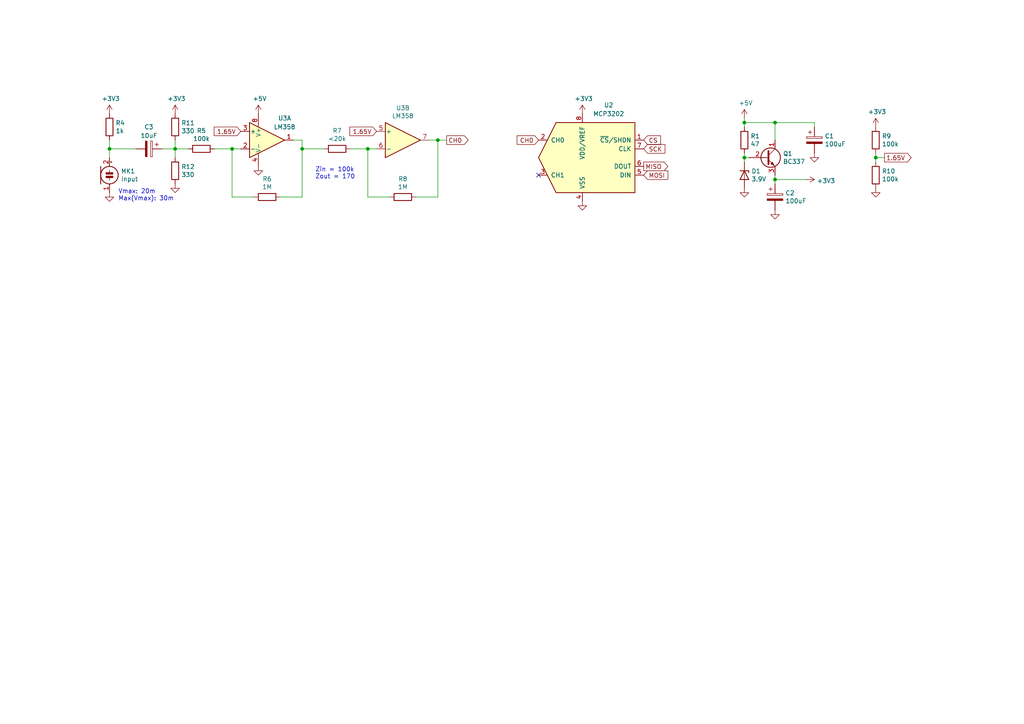
<source format=kicad_sch>
(kicad_sch (version 20211123) (generator eeschema)
  (paper "A4")
  (lib_symbols
    (symbol "Amplifier_Operational:LM358" (pin_names (offset 0.127))
      (property "Reference" "U" (at 0 5.08 0))
      (property "Value" "LM358" (at 0 -5.08 0))
      (symbol "LM358_1_1"
        (polyline (pts (xy -5.08 5.08) (xy 5.08 0) (xy -5.08 -5.08) (xy -5.08 5.08)) (stroke (width 0.254)) (fill (type background)))
        (pin output line (at 7.62 0 180) (length 2.54) (name "~") (number "1"))
        (pin input line (at -7.62 -2.54 0) (length 2.54) (name "-") (number "2"))
        (pin input line (at -7.62 2.54 0) (length 2.54) (name "+") (number "3"))
      )
      (symbol "LM358_2_1"
        (polyline (pts (xy -5.08 5.08) (xy 5.08 0) (xy -5.08 -5.08) (xy -5.08 5.08)) (stroke (width 0.254)) (fill (type background)))
        (pin input line (at -7.62 2.54 0) (length 2.54) (name "+") (number "5"))
        (pin input line (at -7.62 -2.54 0) (length 2.54) (name "-") (number "6"))
        (pin output line (at 7.62 0 180) (length 2.54) (name "~") (number "7"))
      )
      (symbol "LM358_3_1"
        (pin power_in line (at -2.54 -7.62 90) (length 3.81) (name "V-") (number "4"))
        (pin power_in line (at -2.54 7.62 270) (length 3.81) (name "V+") (number "8"))
      )
    )
    (symbol "Analog_ADC:MCP3202" (pin_names (offset 1.016))
      (property "Reference" "U" (at -6.35 11.43 0))
      (property "Value" "MCP3202" (at 11.43 11.43 0))
      (symbol "MCP3202_0_1"
        (polyline (pts (xy 15.24 10.16) (xy -7.62 10.16) (xy -12.7 0) (xy -7.62 -10.16) (xy 15.24 -10.16) (xy 15.24 10.16)) (stroke (width 0.254)) (fill (type background)))
      )
      (symbol "MCP3202_1_1"
        (pin input line (at 17.78 5.08 180) (length 2.54) (name "~{CS}/SHDN") (number "1"))
        (pin passive line (at -12.7 5.08 0) (length 2.54) (name "CH0") (number "2"))
        (pin passive line (at -12.7 -5.08 0) (length 2.54) (name "CH1") (number "3"))
        (pin power_in line (at 0 -12.7 90) (length 2.54) (name "VSS") (number "4"))
        (pin input line (at 17.78 -5.08 180) (length 2.54) (name "DIN") (number "5"))
        (pin output line (at 17.78 -2.54 180) (length 2.54) (name "DOUT") (number "6"))
        (pin input line (at 17.78 2.54 180) (length 2.54) (name "CLK") (number "7"))
        (pin power_in line (at 0 12.7 270) (length 2.54) (name "VDD/VREF") (number "8"))
      )
    )
    (symbol "Device:CP" (pin_numbers hide) (pin_names (offset 0.254))
      (property "Reference" "C" (at 0.635 2.54 0))
      (property "Value" "Device_CP" (at 0.635 -2.54 0))
      (symbol "CP_0_1"
        (rectangle (start -2.286 0.508) (end 2.286 1.016))
        (polyline (pts (xy -1.778 2.286) (xy -0.762 2.286)))
        (polyline (pts (xy -1.27 2.794) (xy -1.27 1.778)))
        (rectangle (start 2.286 -0.508) (end -2.286 -1.016) (fill (type outline)))
      )
      (symbol "CP_1_1"
        (pin passive line (at 0 3.81 270) (length 2.794) (name "~") (number "1"))
        (pin passive line (at 0 -3.81 90) (length 2.794) (name "~") (number "2"))
      )
    )
    (symbol "Device:D_Zener" (pin_numbers hide) (pin_names (offset 1.016) hide)
      (property "Reference" "D" (at 0 2.54 0))
      (property "Value" "D_Zener" (at 0 -2.54 0))
      (symbol "D_Zener_0_1"
        (polyline (pts (xy 1.27 0) (xy -1.27 0)))
        (polyline (pts (xy -1.27 -1.27) (xy -1.27 1.27) (xy -0.762 1.27)) (stroke (width 0.254)))
        (polyline (pts (xy 1.27 -1.27) (xy 1.27 1.27) (xy -1.27 0) (xy 1.27 -1.27)) (stroke (width 0.254)))
      )
      (symbol "D_Zener_1_1"
        (pin passive line (at -3.81 0 0) (length 2.54) (name "K") (number "1"))
        (pin passive line (at 3.81 0 180) (length 2.54) (name "A") (number "2"))
      )
    )
    (symbol "Device:Microphone_Condenser" (pin_names (offset 0.0254) hide)
      (property "Reference" "MK" (at -3.302 1.27 0))
      (property "Value" "Microphone_Condenser" (at -3.302 -0.635 0))
      (symbol "Microphone_Condenser_0_1"
        (polyline (pts (xy -2.54 2.54) (xy -2.54 -2.54)) (stroke (width 0.254)))
        (polyline (pts (xy 0 -0.762) (xy 0 -1.524)))
        (polyline (pts (xy 0 0.762) (xy 0 1.524)))
        (polyline (pts (xy 0.254 3.81) (xy 0.762 3.81)))
        (polyline (pts (xy 0.508 4.064) (xy 0.508 3.556)))
        (circle (center 0 0) (radius 2.54) (stroke (width 0.254)))
        (rectangle (start 1.016 -0.254) (end -1.016 -0.762) (fill (type outline)))
        (rectangle (start 1.016 0.762) (end -1.016 0.254) (fill (type outline)))
      )
      (symbol "Microphone_Condenser_1_1"
        (pin passive line (at 0 -5.08 90) (length 2.54) (name "-") (number "1"))
        (pin passive line (at 0 5.08 270) (length 2.54) (name "+") (number "2"))
      )
    )
    (symbol "Device:R" (pin_numbers hide) (pin_names (offset 0))
      (property "Reference" "R" (at 2.032 0 90))
      (property "Value" "R" (at 0 0 90))
      (symbol "R_0_1"
        (rectangle (start -1.016 -2.54) (end 1.016 2.54) (stroke (width 0.254)))
      )
      (symbol "R_1_1"
        (pin passive line (at 0 3.81 270) (length 1.27) (name "~") (number "1"))
        (pin passive line (at 0 -3.81 90) (length 1.27) (name "~") (number "2"))
      )
    )
    (symbol "Transistor_BJT:BC337" (pin_names (offset 0) hide)
      (property "Reference" "Q" (at 5.08 1.905 0))
      (property "Value" "BC337" (at 5.08 0 0))
      (symbol "BC337_0_1"
        (polyline (pts (xy 0 0) (xy 0.635 0)))
        (polyline (pts (xy 0.635 0.635) (xy 2.54 2.54)))
        (polyline (pts (xy 0.635 -0.635) (xy 2.54 -2.54) (xy 2.54 -2.54)))
        (polyline (pts (xy 0.635 1.905) (xy 0.635 -1.905) (xy 0.635 -1.905)) (stroke (width 0.508)))
        (polyline (pts (xy 1.27 -1.778) (xy 1.778 -1.27) (xy 2.286 -2.286) (xy 1.27 -1.778) (xy 1.27 -1.778)) (fill (type outline)))
        (circle (center 1.27 0) (radius 2.8194) (stroke (width 0.254)))
      )
      (symbol "BC337_1_1"
        (pin passive line (at 2.54 5.08 270) (length 2.54) (name "C") (number "1"))
        (pin input line (at -5.08 0 0) (length 5.08) (name "B") (number "2"))
        (pin passive line (at 2.54 -5.08 90) (length 2.54) (name "E") (number "3"))
      )
    )
    (symbol "power:+3.3V" (power) (pin_names (offset 0))
      (property "Value" "+3.3V" (at 0 3.556 0))
      (symbol "+3.3V_0_1"
        (polyline (pts (xy -0.762 1.27) (xy 0 2.54)))
        (polyline (pts (xy 0 0) (xy 0 2.54)))
        (polyline (pts (xy 0 2.54) (xy 0.762 1.27)))
      )
      (symbol "+3.3V_1_1"
        (pin power_in line (at 0 0 90) (length 0) hide (name "+3V3") (number "1"))
      )
    )
    (symbol "power:+5V" (power) (pin_names (offset 0))
      (property "Value" "+5V" (at 0 3.556 0))
      (symbol "+5V_0_1"
        (polyline (pts (xy -0.762 1.27) (xy 0 2.54)))
        (polyline (pts (xy 0 0) (xy 0 2.54)))
        (polyline (pts (xy 0 2.54) (xy 0.762 1.27)))
      )
      (symbol "+5V_1_1"
        (pin power_in line (at 0 0 90) (length 0) hide (name "+5V") (number "1"))
      )
    )
    (symbol "power:GND" (power) (pin_names (offset 0))
      (property "Value" "GND" (at 0 -3.81 0))
      (symbol "GND_0_1"
        (polyline (pts (xy 0 0) (xy 0 -1.27) (xy 1.27 -1.27) (xy 0 -2.54) (xy -1.27 -1.27) (xy 0 -1.27)))
      )
      (symbol "GND_1_1"
        (pin power_in line (at 0 0 270) (length 0) hide (name "GND") (number "1"))
      )
    )
  )
  (junction (at 254 45.72))
  (junction (at 106.68 43.18))
  (junction (at 127 40.64))
  (junction (at 87.63 43.18))
  (junction (at 31.75 43.18))
  (junction (at 224.79 52.07))
  (junction (at 224.79 35.56))
  (junction (at 67.31 43.18))
  (junction (at 215.9 35.56))
  (junction (at 50.8 43.18))
  (junction (at 215.9 45.72))
  (no_connect (at 156.21 50.8))
  (wire (pts (xy 46.99 43.18) (xy 50.8 43.18)))
  (wire (pts (xy 236.22 35.56) (xy 236.22 36.83)))
  (wire (pts (xy 129.54 40.64) (xy 127 40.64)))
  (wire (pts (xy 127 40.64) (xy 127 57.15)))
  (wire (pts (xy 67.31 57.15) (xy 67.31 43.18)))
  (wire (pts (xy 124.46 40.64) (xy 127 40.64)))
  (wire (pts (xy 215.9 35.56) (xy 215.9 34.29)))
  (wire (pts (xy 254 44.45) (xy 254 45.72)))
  (wire (pts (xy 73.66 57.15) (xy 67.31 57.15)))
  (wire (pts (xy 217.17 45.72) (xy 215.9 45.72)))
  (wire (pts (xy 224.79 35.56) (xy 236.22 35.56)))
  (wire (pts (xy 256.54 45.72) (xy 254 45.72)))
  (wire (pts (xy 67.31 43.18) (xy 69.85 43.18)))
  (wire (pts (xy 85.09 40.64) (xy 87.63 40.64)))
  (wire (pts (xy 224.79 50.8) (xy 224.79 52.07)))
  (wire (pts (xy 31.75 43.18) (xy 39.37 43.18)))
  (wire (pts (xy 120.65 57.15) (xy 127 57.15)))
  (wire (pts (xy 224.79 52.07) (xy 224.79 53.34)))
  (wire (pts (xy 31.75 43.18) (xy 31.75 40.64)))
  (wire (pts (xy 50.8 43.18) (xy 54.61 43.18)))
  (wire (pts (xy 50.8 40.64) (xy 50.8 43.18)))
  (wire (pts (xy 224.79 35.56) (xy 224.79 40.64)))
  (wire (pts (xy 87.63 40.64) (xy 87.63 43.18)))
  (wire (pts (xy 233.68 52.07) (xy 224.79 52.07)))
  (wire (pts (xy 67.31 43.18) (xy 62.23 43.18)))
  (wire (pts (xy 81.28 57.15) (xy 87.63 57.15)))
  (wire (pts (xy 113.03 57.15) (xy 106.68 57.15)))
  (wire (pts (xy 50.8 43.18) (xy 50.8 45.72)))
  (wire (pts (xy 215.9 45.72) (xy 215.9 46.99)))
  (wire (pts (xy 87.63 43.18) (xy 93.98 43.18)))
  (wire (pts (xy 101.6 43.18) (xy 106.68 43.18)))
  (wire (pts (xy 254 45.72) (xy 254 46.99)))
  (wire (pts (xy 215.9 36.83) (xy 215.9 35.56)))
  (wire (pts (xy 87.63 43.18) (xy 87.63 57.15)))
  (wire (pts (xy 106.68 43.18) (xy 109.22 43.18)))
  (wire (pts (xy 215.9 44.45) (xy 215.9 45.72)))
  (wire (pts (xy 31.75 45.72) (xy 31.75 43.18)))
  (wire (pts (xy 106.68 57.15) (xy 106.68 43.18)))
  (wire (pts (xy 215.9 35.56) (xy 224.79 35.56)))
  (text "Zin = 100k\nZout = 170" (at 91.44 52.07 0) (effects (font (size 1.27 1.27)) (justify left bottom)))
  (text "Vmax: 20m\nMax(Vmax): 30m" (at 34.29 58.42 0) (effects (font (size 1.27 1.27)) (justify left bottom)))
  (global_label "MISO" (shape output) (at 186.69 48.26 0) (property "Intersheet References" "${INTERSHEET_REFS}" (effects hide)))
  (global_label "MOSI" (shape input) (at 186.69 50.8 0) (property "Intersheet References" "${INTERSHEET_REFS}" (effects hide)))
  (global_label "1.65V" (shape input) (at 69.85 38.1 180) (property "Intersheet References" "${INTERSHEET_REFS}" (effects hide)))
  (global_label "CS" (shape input) (at 186.69 40.64 0) (property "Intersheet References" "${INTERSHEET_REFS}" (effects hide)))
  (global_label "SCK" (shape input) (at 186.69 43.18 0) (property "Intersheet References" "${INTERSHEET_REFS}" (effects hide)))
  (global_label "1.65V" (shape output) (at 256.54 45.72 0) (property "Intersheet References" "${INTERSHEET_REFS}" (effects hide)))
  (global_label "1.65V" (shape input) (at 109.22 38.1 180) (property "Intersheet References" "${INTERSHEET_REFS}" (effects hide)))
  (global_label "CH0" (shape output) (at 129.54 40.64 0) (property "Intersheet References" "${INTERSHEET_REFS}" (effects hide)))
  (global_label "CH0" (shape input) (at 156.21 40.64 180) (property "Intersheet References" "${INTERSHEET_REFS}" (effects hide)))
  (symbol (lib_id "power:GND") (at 31.75 55.88 0) (unit 1)
    (property "Reference" "#PWR0101" (effects hide))
    (property "Value" "GND" (effects hide))
  )
  (symbol (lib_id "Device:R") (at 31.75 36.83 0) (unit 1)
    (property "Reference" "R4" (at 33.528 35.6616 0) (effects (justify left)))
    (property "Value" "1k" (at 33.528 37.973 0) (effects (justify left)))
  )
  (symbol (lib_id "power:+3.3V") (at 31.75 33.02 0) (unit 1)
    (property "Reference" "#PWR0102" (effects hide))
    (property "Value" "+3.3V" (at 32.131 28.6258 0))
  )
  (symbol (lib_id "Device:CP") (at 43.18 43.18 270) (unit 1)
    (property "Reference" "C3" (at 43.18 36.83 90))
    (property "Value" "10uF" (at 43.18 39.37 90))
  )
  (symbol (lib_id "Device:Microphone_Condenser") (at 31.75 50.8 0) (unit 1)
    (property "Reference" "MK1" (at 35.052 49.6316 0) (effects (justify left)))
    (property "Value" "Input" (at 35.052 51.943 0) (effects (justify left)))
  )
  (symbol (lib_id "Amplifier_Operational:LM358") (at 77.47 40.64 0) (unit 1)
    (property "Reference" "U3" (at 82.55 34.29 0))
    (property "Value" "LM358" (at 82.55 36.83 0))
    (property "Datasheet" "http://www.ti.com/lit/ds/symlink/lm2904-n.pdf" (effects hide))
  )
  (symbol (lib_id "Amplifier_Operational:LM358") (at 116.84 40.64 0) (unit 2)
    (property "Reference" "U3" (at 116.84 31.3182 0))
    (property "Value" "LM358" (at 116.84 33.6296 0))
    (property "Datasheet" "http://www.ti.com/lit/ds/symlink/lm2904-n.pdf" (effects hide))
  )
  (symbol (lib_id "Amplifier_Operational:LM358") (at 77.47 40.64 0) (unit 3)
    (property "Reference" "U3" (effects hide))
    (property "Value" "LM358" (effects hide))
    (property "Datasheet" "http://www.ti.com/lit/ds/symlink/lm2904-n.pdf" (effects hide))
  )
  (symbol (lib_id "Device:R") (at 58.42 43.18 270) (unit 1)
    (property "Reference" "R5" (at 58.42 37.9222 90))
    (property "Value" "100k" (at 58.42 40.2336 90))
  )
  (symbol (lib_id "Device:R") (at 77.47 57.15 270) (unit 1)
    (property "Reference" "R6" (at 77.47 51.8922 90))
    (property "Value" "1M" (at 77.47 54.2036 90))
  )
  (symbol (lib_id "Device:R") (at 97.79 43.18 270) (unit 1)
    (property "Reference" "R7" (at 97.79 37.9222 90))
    (property "Value" "<20k" (at 97.79 40.2336 90))
  )
  (symbol (lib_id "Analog_ADC:MCP3202") (at 168.91 45.72 0) (unit 1)
    (property "Reference" "U2" (at 176.53 30.48 0))
    (property "Value" "MCP3202" (at 176.53 33.02 0))
    (property "Datasheet" "http://ww1.microchip.com/downloads/en/DeviceDoc/21034D.pdf" (effects hide))
  )
  (symbol (lib_id "power:GND") (at 74.93 48.26 0) (unit 1)
    (property "Reference" "#PWR0103" (effects hide))
    (property "Value" "GND" (effects hide))
  )
  (symbol (lib_id "power:GND") (at 168.91 58.42 0) (unit 1)
    (property "Reference" "#PWR0105" (effects hide))
    (property "Value" "GND" (effects hide))
  )
  (symbol (lib_id "power:+3.3V") (at 168.91 33.02 0) (unit 1)
    (property "Reference" "#PWR0106" (effects hide))
    (property "Value" "+3.3V" (at 169.291 28.6258 0))
  )
  (symbol (lib_id "Device:D_Zener") (at 215.9 50.8 270) (unit 1)
    (property "Reference" "D1" (at 217.932 49.6316 90) (effects (justify left)))
    (property "Value" "3.9V" (at 217.932 51.943 90) (effects (justify left)))
  )
  (symbol (lib_id "power:GND") (at 215.9 54.61 0) (unit 1)
    (property "Reference" "#PWR0110" (effects hide))
    (property "Value" "GND" (effects hide))
  )
  (symbol (lib_id "power:+3.3V") (at 233.68 52.07 270) (unit 1)
    (property "Reference" "#PWR0111" (effects hide))
    (property "Value" "+3.3V" (at 236.9312 52.451 90) (effects (justify left)))
  )
  (symbol (lib_id "Device:CP") (at 224.79 57.15 0) (unit 1)
    (property "Reference" "C2" (at 227.7872 55.9816 0) (effects (justify left)))
    (property "Value" "100uF" (at 227.7872 58.293 0) (effects (justify left)))
  )
  (symbol (lib_id "power:GND") (at 224.79 60.96 0) (unit 1)
    (property "Reference" "#PWR0112" (effects hide))
    (property "Value" "GND" (effects hide))
  )
  (symbol (lib_id "Device:R") (at 254 40.64 0) (unit 1)
    (property "Reference" "R9" (at 255.778 39.4716 0) (effects (justify left)))
    (property "Value" "100k" (at 255.778 41.783 0) (effects (justify left)))
  )
  (symbol (lib_id "Device:R") (at 254 50.8 0) (unit 1)
    (property "Reference" "R10" (at 255.778 49.6316 0) (effects (justify left)))
    (property "Value" "100k" (at 255.778 51.943 0) (effects (justify left)))
  )
  (symbol (lib_id "power:GND") (at 254 54.61 0) (unit 1)
    (property "Reference" "#PWR0114" (effects hide))
    (property "Value" "GND" (effects hide))
  )
  (symbol (lib_id "power:+5V") (at 215.9 34.29 0) (unit 1)
    (property "Reference" "#PWR0104" (effects hide))
    (property "Value" "+5V" (at 216.281 29.8958 0))
  )
  (symbol (lib_id "power:+5V") (at 74.93 33.02 0) (unit 1)
    (property "Reference" "#PWR0113" (effects hide))
    (property "Value" "+5V" (at 75.311 28.6258 0))
  )
  (symbol (lib_id "Device:R") (at 215.9 40.64 0) (unit 1)
    (property "Reference" "R1" (at 217.678 39.4716 0) (effects (justify left)))
    (property "Value" "47" (at 217.678 41.783 0) (effects (justify left)))
  )
  (symbol (lib_id "Transistor_BJT:BC337") (at 222.25 45.72 0) (unit 1)
    (property "Reference" "Q1" (at 227.1014 44.5516 0) (effects (justify left)))
    (property "Value" "BC337" (at 227.1014 46.863 0) (effects (justify left)))
    (property "Footprint" "Package_TO_SOT_THT:TO-92_Inline" (effects hide))
    (property "Datasheet" "https://diotec.com/tl_files/diotec/files/pdf/datasheets/bc337.pdf" (effects hide))
  )
  (symbol (lib_id "Device:CP") (at 236.22 40.64 0) (unit 1)
    (property "Reference" "C1" (at 239.2172 39.4716 0) (effects (justify left)))
    (property "Value" "100uF" (at 239.2172 41.783 0) (effects (justify left)))
  )
  (symbol (lib_id "power:GND") (at 236.22 44.45 0) (unit 1)
    (property "Reference" "#PWR0115" (effects hide))
    (property "Value" "GND" (effects hide))
  )
  (symbol (lib_id "power:+3.3V") (at 254 36.83 0) (unit 1)
    (property "Reference" "#PWR0116" (effects hide))
    (property "Value" "+3.3V" (at 254.381 32.4358 0))
  )
  (symbol (lib_id "Device:R") (at 116.84 57.15 270) (unit 1)
    (property "Reference" "R8" (at 116.84 51.8922 90))
    (property "Value" "1M" (at 116.84 54.2036 90))
  )
  (symbol (lib_id "Device:R") (at 50.8 49.53 0) (unit 1)
    (property "Reference" "R12" (at 52.578 48.3616 0) (effects (justify left)))
    (property "Value" "330" (at 52.578 50.673 0) (effects (justify left)))
  )
  (symbol (lib_id "Device:R") (at 50.8 36.83 0) (unit 1)
    (property "Reference" "R11" (at 52.578 35.6616 0) (effects (justify left)))
    (property "Value" "330" (at 52.578 37.973 0) (effects (justify left)))
  )
  (symbol (lib_id "power:GND") (at 50.8 53.34 0) (unit 1)
    (property "Reference" "#PWR0118" (effects hide))
    (property "Value" "GND" (effects hide))
  )
  (symbol (lib_id "power:+3.3V") (at 50.8 33.02 0) (unit 1)
    (property "Reference" "#PWR0117" (effects hide))
    (property "Value" "+3.3V" (at 51.181 28.6258 0))
  )
)
</source>
